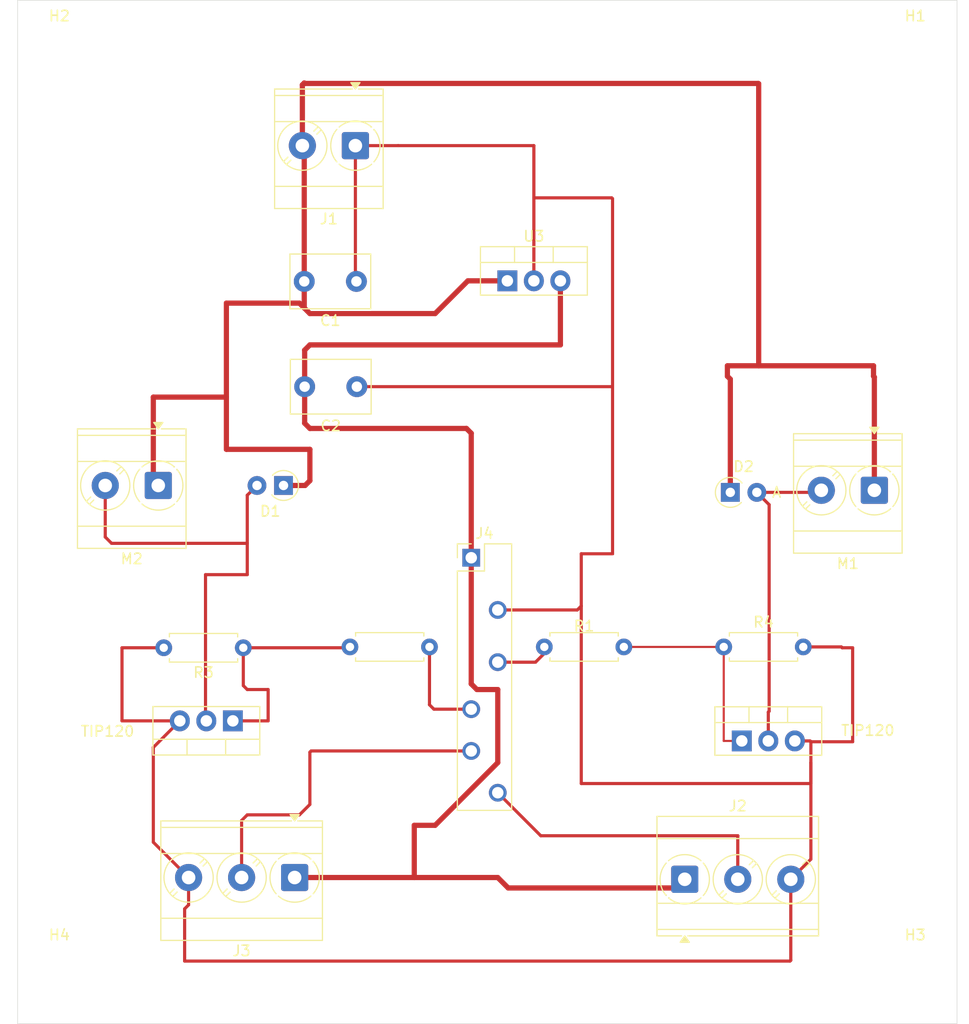
<source format=kicad_pcb>
(kicad_pcb (version 20241229) (generator "pcbnew") (generator_version "9.0")
  (layers (0 "F.Cu" signal) (2 "B.Cu" signal) (13 "F.Paste" user) (15 "B.Paste" user) (5 "F.SilkS" user "F.Silkscreen") (7 "B.SilkS" user "B.Silkscreen") (1 "F.Mask" user) (3 "B.Mask" user) (25 "Edge.Cuts" user))
  (net 0 "")
  (net 1 "GND")
  (net 2 "+7.5V")
  (net 3 "+5V")
  (net 4 "Net-(D1-A)")
  (net 5 "Net-(D2-A)")
  (net 6 "Net-(Q1-B)")
  (net 7 "Net-(Q2-B)")
  (net 8 "/PE2")
  (net 9 "/PE3")
  (net 10 "/PA5")
  (net 11 "/PA4")
  (footprint "TerminalBlock_Phoenix:TerminalBlock_Phoenix_MKDS-3-3-5.08_1x03_P5.08mm_Horizontal" (layer "F.Cu") (at 152.915 123.1675)
    (property "Reference" "J2" (at 5.08 -7.02 0) (layer "F.SilkS"))
    (property "Value" "GP2Y0A21YK0F_Sensor1")
    (fp_line (start -2.66 -6.02) (end -2.66 5.42) (stroke (width 0.12)) (layer "F.SilkS"))
    (fp_line (start -2.66 -6.02) (end 12.82 -6.02) (stroke (width 0.12)) (layer "F.SilkS"))
    (fp_line (start -2.66 -3.9) (end 12.82 -3.9) (stroke (width 0.12)) (layer "F.SilkS"))
    (fp_line (start -2.66 2.3) (end 12.82 2.3) (stroke (width 0.12)) (layer "F.SilkS"))
    (fp_line (start -2.66 4.8) (end 12.82 4.8) (stroke (width 0.12)) (layer "F.SilkS"))
    (fp_line (start -2.66 5.42) (end -0.3 5.42) (stroke (width 0.12)) (layer "F.SilkS"))
    (fp_line (start -1.78 1.491) (end -1.79 1.502) (stroke (width 0.12)) (layer "F.SilkS"))
    (fp_line (start -1.493 1.78) (end -1.502 1.79) (stroke (width 0.12)) (layer "F.SilkS"))
    (fp_line (start 0.3 5.42) (end 12.82 5.42) (stroke (width 0.12)) (layer "F.SilkS"))
    (fp_line (start 3.685 1.106) (end 3.29 1.502) (stroke (width 0.12)) (layer "F.SilkS"))
    (fp_line (start 3.973 1.394) (end 3.578 1.79) (stroke (width 0.12)) (layer "F.SilkS"))
    (fp_line (start 6.582 -1.79) (end 6.186 -1.394) (stroke (width 0.12)) (layer "F.SilkS"))
    (fp_line (start 6.87 -1.502) (end 6.474 -1.106) (stroke (width 0.12)) (layer "F.SilkS"))
    (fp_line (start 8.765 1.106) (end 8.37 1.502) (stroke (width 0.12)) (layer "F.SilkS"))
    (fp_line (start 9.053 1.394) (end 8.658 1.79) (stroke (width 0.12)) (layer "F.SilkS"))
    (fp_line (start 11.662 -1.79) (end 11.266 -1.394) (stroke (width 0.12)) (layer "F.SilkS"))
    (fp_line (start 11.95 -1.502) (end 11.554 -1.106) (stroke (width 0.12)) (layer "F.SilkS"))
    (fp_line (start 12.82 -6.02) (end 12.82 5.42) (stroke (width 0.12)) (layer "F.SilkS"))
    (fp_arc (start -1.78 1.55) (mid -2.360275 0.000316) (end -1.780415 -1.549523) (stroke (width 0.12)) (layer "F.SilkS"))
    (fp_arc (start -1.55 -1.78) (mid -0.000316 -2.360275) (end 1.549523 -1.780415) (stroke (width 0.12)) (layer "F.SilkS"))
    (fp_arc (start 1.55 1.78) (mid 0.000316 2.360275) (end -1.549523 1.780415) (stroke (width 0.12)) (layer "F.SilkS"))
    (fp_arc (start 1.78 -1.55) (mid 2.360275 -0.000316) (end 1.780415 1.549523) (stroke (width 0.12)) (layer "F.SilkS"))
    (fp_circle (center 5.08 0) (end 7.44 0) (stroke (width 0.12)) (fill no) (layer "F.SilkS"))
    (fp_circle (center 10.16 0) (end 12.52 0) (stroke (width 0.12)) (fill no) (layer "F.SilkS"))
    (fp_poly (pts (xy 0 5.42) (xy 0.44 6.03) (xy -0.44 6.03) (xy 0 5.42)) (stroke (width 0.12)) (fill yes) (layer "F.SilkS"))
    (pad "1" thru_hole roundrect (at 0 0) (size 2.6 2.6) (drill 1.3) (layers "*.Cu" "*.Mask") (roundrect_rratio 0.096154) (net 3 "+5V"))
    (pad "2" thru_hole circle (at 5.08 0) (size 2.6 2.6) (drill 1.3) (layers "*.Cu" "*.Mask") (net 8 "/PE2"))
    (pad "3" thru_hole circle (at 10.16 0) (size 2.6 2.6) (drill 1.3) (layers "*.Cu" "*.Mask") (net 1 "GND"))
  )
  (footprint "Resistor_THT:R_Axial_DIN0207_L6.3mm_D2.5mm_P7.62mm_Horizontal" (layer "F.Cu") (at 156.65 100.92)
    (property "Reference" "R4" (at 3.81 -2.37 0) (layer "F.SilkS"))
    (property "Value" "R-10K Ohm" (hide yes))
    (fp_line (start 0.54 -1.37) (end 7.08 -1.37) (stroke (width 0.12)) (layer "F.SilkS"))
    (fp_line (start 0.54 -1.04) (end 0.54 -1.37) (stroke (width 0.12)) (layer "F.SilkS"))
    (fp_line (start 0.54 1.04) (end 0.54 1.37) (stroke (width 0.12)) (layer "F.SilkS"))
    (fp_line (start 0.54 1.37) (end 7.08 1.37) (stroke (width 0.12)) (layer "F.SilkS"))
    (fp_line (start 7.08 -1.37) (end 7.08 -1.04) (stroke (width 0.12)) (layer "F.SilkS"))
    (fp_line (start 7.08 1.37) (end 7.08 1.04) (stroke (width 0.12)) (layer "F.SilkS"))
    (pad "1" thru_hole circle (at 0 0) (size 1.6 1.6) (drill 0.8) (layers "*.Cu" "*.Mask") (net 6 "Net-(Q1-B)"))
    (pad "2" thru_hole oval (at 7.62 0) (size 1.6 1.6) (drill 0.8) (layers "*.Cu" "*.Mask") (net 1 "GND"))
  )
  (footprint "Resistor_THT:R_Axial_DIN0207_L6.3mm_D2.5mm_P7.62mm_Horizontal" (layer "F.Cu") (at 139.46 100.92)
    (property "Reference" "R1" (hide yes))
    (property "Value" "R-220 Ohm")
    (fp_line (start 0.54 -1.37) (end 7.08 -1.37) (stroke (width 0.12)) (layer "F.SilkS"))
    (fp_line (start 0.54 -1.04) (end 0.54 -1.37) (stroke (width 0.12)) (layer "F.SilkS"))
    (fp_line (start 0.54 1.04) (end 0.54 1.37) (stroke (width 0.12)) (layer "F.SilkS"))
    (fp_line (start 0.54 1.37) (end 7.08 1.37) (stroke (width 0.12)) (layer "F.SilkS"))
    (fp_line (start 7.08 -1.37) (end 7.08 -1.04) (stroke (width 0.12)) (layer "F.SilkS"))
    (fp_line (start 7.08 1.37) (end 7.08 1.04) (stroke (width 0.12)) (layer "F.SilkS"))
    (fp_text user "${REFERENCE}" (at 3.81 -2 0) (layer "F.SilkS"))
    (pad "1" thru_hole circle (at 0 0) (size 1.6 1.6) (drill 0.8) (layers "*.Cu" "*.Mask") (net 10 "/PA5"))
    (pad "2" thru_hole oval (at 7.62 0) (size 1.6 1.6) (drill 0.8) (layers "*.Cu" "*.Mask") (net 6 "Net-(Q1-B)"))
  )
  (footprint "TerminalBlock_Phoenix:TerminalBlock_Phoenix_MKDS-3-2-5.08_1x02_P5.08mm_Horizontal" (layer "F.Cu") (at 121.36 52.92 180)
    (property "Reference" "J1" (at 2.54 -7.02 180) (layer "F.SilkS"))
    (property "Value" "Screw_Terminal_Battery")
    (fp_line (start 7.74 -6.02) (end 7.74 5.42) (stroke (width 0.12)) (layer "F.SilkS"))
    (fp_line (start 6.87 -1.502) (end 6.474 -1.106) (stroke (width 0.12)) (layer "F.SilkS"))
    (fp_line (start 6.582 -1.79) (end 6.186 -1.394) (stroke (width 0.12)) (layer "F.SilkS"))
    (fp_line (start 3.973 1.394) (end 3.578 1.79) (stroke (width 0.12)) (layer "F.SilkS"))
    (fp_line (start 3.685 1.106) (end 3.29 1.502) (stroke (width 0.12)) (layer "F.SilkS"))
    (fp_line (start 0.3 5.42) (end 7.74 5.42) (stroke (width 0.12)) (layer "F.SilkS"))
    (fp_line (start -1.493 1.78) (end -1.502 1.79) (stroke (width 0.12)) (layer "F.SilkS"))
    (fp_line (start -1.78 1.491) (end -1.79 1.502) (stroke (width 0.12)) (layer "F.SilkS"))
    (fp_line (start -2.66 5.42) (end -0.3 5.42) (stroke (width 0.12)) (layer "F.SilkS"))
    (fp_line (start -2.66 4.8) (end 7.74 4.8) (stroke (width 0.12)) (layer "F.SilkS"))
    (fp_line (start -2.66 2.3) (end 7.74 2.3) (stroke (width 0.12)) (layer "F.SilkS"))
    (fp_line (start -2.66 -3.9) (end 7.74 -3.9) (stroke (width 0.12)) (layer "F.SilkS"))
    (fp_line (start -2.66 -6.02) (end 7.74 -6.02) (stroke (width 0.12)) (layer "F.SilkS"))
    (fp_line (start -2.66 -6.02) (end -2.66 5.42) (stroke (width 0.12)) (layer "F.SilkS"))
    (fp_arc (start 1.78 -1.55) (mid 2.360275 -0.000316) (end 1.780415 1.549523) (stroke (width 0.12)) (layer "F.SilkS"))
    (fp_arc (start 1.55 1.78) (mid 0.000316 2.360275) (end -1.549523 1.780415) (stroke (width 0.12)) (layer "F.SilkS"))
    (fp_arc (start -1.55 -1.78) (mid -0.000316 -2.360275) (end 1.549523 -1.780415) (stroke (width 0.12)) (layer "F.SilkS"))
    (fp_arc (start -1.78 1.55) (mid -2.360275 0.000316) (end -1.780415 -1.549523) (stroke (width 0.12)) (layer "F.SilkS"))
    (fp_circle (center 5.08 0) (end 7.44 0) (stroke (width 0.12)) (fill no) (layer "F.SilkS"))
    (fp_poly (pts (xy 0 5.42) (xy 0.44 6.03) (xy -0.44 6.03) (xy 0 5.42)) (stroke (width 0.12)) (fill yes) (layer "F.SilkS"))
    (pad "1" thru_hole roundrect (at 0 0 180) (size 2.6 2.6) (drill 1.3) (layers "*.Cu" "*.Mask") (roundrect_rratio 0.096154) (net 1 "GND"))
    (pad "2" thru_hole circle (at 5.08 0 180) (size 2.6 2.6) (drill 1.3) (layers "*.Cu" "*.Mask") (net 2 "+7.5V"))
  )
  (footprint "Diode_THT:D_A-405_P2.54mm_Vertical_AnodeUp" (layer "F.Cu") (at 114.4745 85.46 180)
    (property "Reference" "D1" (at 1.27 -2.47 0) (layer "F.SilkS"))
    (property "Value" "D")
    (fp_arc (start 1.05385 0.968866) (mid -1.430816 -0.045469) (end 1.113239 -0.9) (stroke (width 0.12)) (layer "F.SilkS"))
    (pad "1" thru_hole rect (at 0 0 180) (size 1.8 1.8) (drill 0.9) (layers "*.Cu" "*.Mask") (net 2 "+7.5V"))
    (pad "2" thru_hole oval (at 2.54 0 180) (size 1.8 1.8) (drill 0.9) (layers "*.Cu" "*.Mask") (net 4 "Net-(D1-A)"))
  )
  (footprint "Package_TO_SOT_THT:TO-220-3_Vertical" (layer "F.Cu") (at 158.38 109.92)
    (property "Reference" "Q1" (hide yes))
    (property "Value" "TIP120" (at 12.08 -1 0) (layer "F.SilkS"))
    (fp_line (start -2.58 -3.27) (end -2.58 1.371) (stroke (width 0.12)) (layer "F.SilkS"))
    (fp_line (start -2.58 -3.27) (end 7.66 -3.27) (stroke (width 0.12)) (layer "F.SilkS"))
    (fp_line (start -2.58 -1.76) (end 7.66 -1.76) (stroke (width 0.12)) (layer "F.SilkS"))
    (fp_line (start -2.58 1.371) (end 7.66 1.371) (stroke (width 0.12)) (layer "F.SilkS"))
    (fp_line (start 0.69 -3.27) (end 0.69 -1.76) (stroke (width 0.12)) (layer "F.SilkS"))
    (fp_line (start 4.391 -3.27) (end 4.391 -1.76) (stroke (width 0.12)) (layer "F.SilkS"))
    (fp_line (start 7.66 -3.27) (end 7.66 1.371) (stroke (width 0.12)) (layer "F.SilkS"))
    (pad "1" thru_hole rect (at 0 0) (size 1.905 2) (drill 1.1) (layers "*.Cu" "*.Mask") (net 6 "Net-(Q1-B)"))
    (pad "2" thru_hole oval (at 2.54 0) (size 1.905 2) (drill 1.1) (layers "*.Cu" "*.Mask") (net 5 "Net-(D2-A)"))
    (pad "3" thru_hole oval (at 5.08 0) (size 1.905 2) (drill 1.1) (layers "*.Cu" "*.Mask") (net 1 "GND"))
  )
  (footprint "Capacitor_THT:C_Disc_D7.5mm_W5.0mm_P5.00mm" (layer "F.Cu") (at 121.46 65.92 180)
    (property "Reference" "C1" (at 2.5 -3.75 180) (layer "F.SilkS"))
    (property "Value" "C-10uF")
    (fp_line (start 6.37 -2.62) (end 6.37 2.62) (stroke (width 0.12)) (layer "F.SilkS"))
    (fp_line (start -1.37 2.62) (end 6.37 2.62) (stroke (width 0.12)) (layer "F.SilkS"))
    (fp_line (start -1.37 -2.62) (end 6.37 -2.62) (stroke (width 0.12)) (layer "F.SilkS"))
    (fp_line (start -1.37 -2.62) (end -1.37 2.62) (stroke (width 0.12)) (layer "F.SilkS"))
    (pad "1" thru_hole circle (at 0 0 180) (size 2 2) (drill 1) (layers "*.Cu" "*.Mask") (net 1 "GND"))
    (pad "2" thru_hole circle (at 5 0 180) (size 2 2) (drill 1) (layers "*.Cu" "*.Mask") (net 2 "+7.5V"))
  )
  (footprint "Connector_PinHeader_2.54mm:PinHeader_2x10_P2.54mm_Vertical" (layer "F.Cu") (at 132.46 92.38)
    (property "Reference" "J4" (at 1.27 -2.33 0) (layer "F.SilkS"))
    (property "Value" "TM4C1294XL Used Pin" (hide yes))
    (fp_line (start -1.33 -1.33) (end 0 -1.33) (stroke (width 0.12)) (layer "F.SilkS"))
    (fp_line (start -1.33 0) (end -1.33 -1.33) (stroke (width 0.12)) (layer "F.SilkS"))
    (fp_line (start -1.33 1.27) (end -1.33 24.19) (stroke (width 0.12)) (layer "F.SilkS"))
    (fp_line (start -1.33 1.27) (end 1.27 1.27) (stroke (width 0.12)) (layer "F.SilkS"))
    (fp_line (start -1.33 24.19) (end 3.87 24.19) (stroke (width 0.12)) (layer "F.SilkS"))
    (fp_line (start 1.27 -1.33) (end 3.87 -1.33) (stroke (width 0.12)) (layer "F.SilkS"))
    (fp_line (start 1.27 1.27) (end 1.27 -1.33) (stroke (width 0.12)) (layer "F.SilkS"))
    (fp_line (start 3.87 -1.33) (end 3.87 24.19) (stroke (width 0.12)) (layer "F.SilkS"))
    (pad "1" thru_hole rect (at 0 0) (size 1.7 1.7) (drill 1.1) (layers "*.Cu" "*.Mask") (net 3 "+5V"))
    (pad "2" thru_hole oval (at 2.54 5) (size 1.7 1.7) (drill 1.1) (layers "*.Cu" "*.Mask") (net 1 "GND"))
    (pad "4" thru_hole oval (at 2.54 22.5) (size 1.7 1.7) (drill 1.1) (layers "*.Cu" "*.Mask") (net 8 "/PE2"))
    (pad "5" thru_hole oval (at 0 18.5) (size 1.7 1.7) (drill 1.1) (layers "*.Cu" "*.Mask") (net 9 "/PE3"))
    (pad "7" thru_hole oval (at 0 14.5) (size 1.7 1.7) (drill 1.1) (layers "*.Cu" "*.Mask") (net 11 "/PA4"))
    (pad "8" thru_hole oval (at 2.54 10) (size 1.7 1.7) (drill 1.1) (layers "*.Cu" "*.Mask") (net 10 "/PA5"))
  )
  (footprint "MountingHole:MountingHole_2.5mm" (layer "F.Cu") (at 93 44)
    (property "Reference" "H2" (at 0 -3.5 0) (layer "F.SilkS"))
    (property "Value" "MountingHole")
    (pad "" np_thru_hole circle (at 0 0) (size 2.5 2.5) (drill 2.5) (layers "*.Cu" "*.Mask"))
  )
  (footprint "MountingHole:MountingHole_2.5mm" (layer "F.Cu") (at 93 132)
    (property "Reference" "H4" (at 0 -3.5 0) (layer "F.SilkS"))
    (property "Value" "MountingHole")
    (pad "" np_thru_hole circle (at 0 0) (size 2.5 2.5) (drill 2.5) (layers "*.Cu" "*.Mask"))
  )
  (footprint "Resistor_THT:R_Axial_DIN0207_L6.3mm_D2.5mm_P7.62mm_Horizontal" (layer "F.Cu") (at 128.46 100.92 180)
    (property "Reference" "R2" (hide yes))
    (property "Value" "R-220 Ohm")
    (fp_line (start 7.08 1.37) (end 7.08 1.04) (stroke (width 0.12)) (layer "F.SilkS"))
    (fp_line (start 7.08 -1.37) (end 7.08 -1.04) (stroke (width 0.12)) (layer "F.SilkS"))
    (fp_line (start 0.54 1.37) (end 7.08 1.37) (stroke (width 0.12)) (layer "F.SilkS"))
    (fp_line (start 0.54 1.04) (end 0.54 1.37) (stroke (width 0.12)) (layer "F.SilkS"))
    (fp_line (start 0.54 -1.04) (end 0.54 -1.37) (stroke (width 0.12)) (layer "F.SilkS"))
    (fp_line (start 0.54 -1.37) (end 7.08 -1.37) (stroke (width 0.12)) (layer "F.SilkS"))
    (pad "1" thru_hole circle (at 0 0 180) (size 1.6 1.6) (drill 0.8) (layers "*.Cu" "*.Mask") (net 11 "/PA4"))
    (pad "2" thru_hole oval (at 7.62 0 180) (size 1.6 1.6) (drill 0.8) (layers "*.Cu" "*.Mask") (net 7 "Net-(Q2-B)"))
  )
  (footprint "TerminalBlock_Phoenix:TerminalBlock_Phoenix_MKDS-3-2-5.08_1x02_P5.08mm_Horizontal" (layer "F.Cu") (at 171.08 85.92 180)
    (property "Reference" "M1" (at 2.54 -7.02 180) (layer "F.SilkS"))
    (property "Value" "Motor_DC")
    (fp_line (start 7.74 -6.02) (end 7.74 5.42) (stroke (width 0.12)) (layer "F.SilkS"))
    (fp_line (start 6.87 -1.502) (end 6.474 -1.106) (stroke (width 0.12)) (layer "F.SilkS"))
    (fp_line (start 6.582 -1.79) (end 6.186 -1.394) (stroke (width 0.12)) (layer "F.SilkS"))
    (fp_line (start 3.973 1.394) (end 3.578 1.79) (stroke (width 0.12)) (layer "F.SilkS"))
    (fp_line (start 3.685 1.106) (end 3.29 1.502) (stroke (width 0.12)) (layer "F.SilkS"))
    (fp_line (start 0.3 5.42) (end 7.74 5.42) (stroke (width 0.12)) (layer "F.SilkS"))
    (fp_line (start -1.493 1.78) (end -1.502 1.79) (stroke (width 0.12)) (layer "F.SilkS"))
    (fp_line (start -1.78 1.491) (end -1.79 1.502) (stroke (width 0.12)) (layer "F.SilkS"))
    (fp_line (start -2.66 5.42) (end -0.3 5.42) (stroke (width 0.12)) (layer "F.SilkS"))
    (fp_line (start -2.66 4.8) (end 7.74 4.8) (stroke (width 0.12)) (layer "F.SilkS"))
    (fp_line (start -2.66 2.3) (end 7.74 2.3) (stroke (width 0.12)) (layer "F.SilkS"))
    (fp_line (start -2.66 -3.9) (end 7.74 -3.9) (stroke (width 0.12)) (layer "F.SilkS"))
    (fp_line (start -2.66 -6.02) (end 7.74 -6.02) (stroke (width 0.12)) (layer "F.SilkS"))
    (fp_line (start -2.66 -6.02) (end -2.66 5.42) (stroke (width 0.12)) (layer "F.SilkS"))
    (fp_arc (start 1.78 -1.55) (mid 2.360275 -0.000316) (end 1.780415 1.549523) (stroke (width 0.12)) (layer "F.SilkS"))
    (fp_arc (start 1.55 1.78) (mid 0.000316 2.360275) (end -1.549523 1.780415) (stroke (width 0.12)) (layer "F.SilkS"))
    (fp_arc (start -1.55 -1.78) (mid -0.000316 -2.360275) (end 1.549523 -1.780415) (stroke (width 0.12)) (layer "F.SilkS"))
    (fp_arc (start -1.78 1.55) (mid -2.360275 0.000316) (end -1.780415 -1.549523) (stroke (width 0.12)) (layer "F.SilkS"))
    (fp_circle (center 5.08 0) (end 7.44 0) (stroke (width 0.12)) (fill no) (layer "F.SilkS"))
    (fp_poly (pts (xy 0 5.42) (xy 0.44 6.03) (xy -0.44 6.03) (xy 0 5.42)) (stroke (width 0.12)) (fill yes) (layer "F.SilkS"))
    (pad "1" thru_hole roundrect (at 0 0 180) (size 2.6 2.6) (drill 1.3) (layers "*.Cu" "*.Mask") (roundrect_rratio 0.096154) (net 2 "+7.5V"))
    (pad "2" thru_hole circle (at 5.08 0 180) (size 2.6 2.6) (drill 1.3) (layers "*.Cu" "*.Mask") (net 5 "Net-(D2-A)"))
  )
  (footprint "MountingHole:MountingHole_2.5mm" (layer "F.Cu") (at 175 132)
    (property "Reference" "H3" (at 0 -3.5 0) (layer "F.SilkS"))
    (property "Value" "MountingHole")
    (pad "" np_thru_hole circle (at 0 0) (size 2.5 2.5) (drill 2.5) (layers "*.Cu" "*.Mask"))
  )
  (footprint "TerminalBlock_Phoenix:TerminalBlock_Phoenix_MKDS-3-2-5.08_1x02_P5.08mm_Horizontal" (layer "F.Cu") (at 102.4745 85.46 180)
    (property "Reference" "M2" (at 2.54 -7.02 180) (layer "F.SilkS"))
    (property "Value" "Motor_DC")
    (fp_line (start 7.74 -6.02) (end 7.74 5.42) (stroke (width 0.12)) (layer "F.SilkS"))
    (fp_line (start 6.87 -1.502) (end 6.474 -1.106) (stroke (width 0.12)) (layer "F.SilkS"))
    (fp_line (start 6.582 -1.79) (end 6.186 -1.394) (stroke (width 0.12)) (layer "F.SilkS"))
    (fp_line (start 3.973 1.394) (end 3.578 1.79) (stroke (width 0.12)) (layer "F.SilkS"))
    (fp_line (start 3.685 1.106) (end 3.29 1.502) (stroke (width 0.12)) (layer "F.SilkS"))
    (fp_line (start 0.3 5.42) (end 7.74 5.42) (stroke (width 0.12)) (layer "F.SilkS"))
    (fp_line (start -1.493 1.78) (end -1.502 1.79) (stroke (width 0.12)) (layer "F.SilkS"))
    (fp_line (start -1.78 1.491) (end -1.79 1.502) (stroke (width 0.12)) (layer "F.SilkS"))
    (fp_line (start -2.66 5.42) (end -0.3 5.42) (stroke (width 0.12)) (layer "F.SilkS"))
    (fp_line (start -2.66 4.8) (end 7.74 4.8) (stroke (width 0.12)) (layer "F.SilkS"))
    (fp_line (start -2.66 2.3) (end 7.74 2.3) (stroke (width 0.12)) (layer "F.SilkS"))
    (fp_line (start -2.66 -3.9) (end 7.74 -3.9) (stroke (width 0.12)) (layer "F.SilkS"))
    (fp_line (start -2.66 -6.02) (end 7.74 -6.02) (stroke (width 0.12)) (layer "F.SilkS"))
    (fp_line (start -2.66 -6.02) (end -2.66 5.42) (stroke (width 0.12)) (layer "F.SilkS"))
    (fp_arc (start 1.78 -1.55) (mid 2.360275 -0.000316) (end 1.780415 1.549523) (stroke (width 0.12)) (layer "F.SilkS"))
    (fp_arc (start 1.55 1.78) (mid 0.000316 2.360275) (end -1.549523 1.780415) (stroke (width 0.12)) (layer "F.SilkS"))
    (fp_arc (start -1.55 -1.78) (mid -0.000316 -2.360275) (end 1.549523 -1.780415) (stroke (width 0.12)) (layer "F.SilkS"))
    (fp_arc (start -1.78 1.55) (mid -2.360275 0.000316) (end -1.780415 -1.549523) (stroke (width 0.12)) (layer "F.SilkS"))
    (fp_circle (center 5.08 0) (end 7.44 0) (stroke (width 0.12)) (fill no) (layer "F.SilkS"))
    (fp_poly (pts (xy 0 5.42) (xy 0.44 6.03) (xy -0.44 6.03) (xy 0 5.42)) (stroke (width 0.12)) (fill yes) (layer "F.SilkS"))
    (pad "1" thru_hole roundrect (at 0 0 180) (size 2.6 2.6) (drill 1.3) (layers "*.Cu" "*.Mask") (roundrect_rratio 0.096154) (net 2 "+7.5V"))
    (pad "2" thru_hole circle (at 5.08 0 180) (size 2.6 2.6) (drill 1.3) (layers "*.Cu" "*.Mask") (net 4 "Net-(D1-A)"))
  )
  (footprint "Package_TO_SOT_THT:TO-220-3_Vertical" (layer "F.Cu") (at 109.62 108 180)
    (property "Reference" "Q2" (hide yes))
    (property "Value" "TIP120" (at 12 -1 0) (layer "F.SilkS"))
    (fp_line (start 7.66 -3.27) (end 7.66 1.371) (stroke (width 0.12)) (layer "F.SilkS"))
    (fp_line (start 4.391 -3.27) (end 4.391 -1.76) (stroke (width 0.12)) (layer "F.SilkS"))
    (fp_line (start 0.69 -3.27) (end 0.69 -1.76) (stroke (width 0.12)) (layer "F.SilkS"))
    (fp_line (start -2.58 1.371) (end 7.66 1.371) (stroke (width 0.12)) (layer "F.SilkS"))
    (fp_line (start -2.58 -1.76) (end 7.66 -1.76) (stroke (width 0.12)) (layer "F.SilkS"))
    (fp_line (start -2.58 -3.27) (end 7.66 -3.27) (stroke (width 0.12)) (layer "F.SilkS"))
    (fp_line (start -2.58 -3.27) (end -2.58 1.371) (stroke (width 0.12)) (layer "F.SilkS"))
    (pad "1" thru_hole rect (at 0 0 180) (size 1.905 2) (drill 1.1) (layers "*.Cu" "*.Mask") (net 7 "Net-(Q2-B)"))
    (pad "2" thru_hole oval (at 2.54 0 180) (size 1.905 2) (drill 1.1) (layers "*.Cu" "*.Mask") (net 4 "Net-(D1-A)"))
    (pad "3" thru_hole oval (at 5.08 0 180) (size 1.905 2) (drill 1.1) (layers "*.Cu" "*.Mask") (net 1 "GND"))
  )
  (footprint "Package_TO_SOT_THT:TO-220-3_Vertical" (layer "F.Cu") (at 135.92 65.865)
    (property "Reference" "U3" (at 2.54 -4.27 0) (layer "F.SilkS"))
    (property "Value" "L7805")
    (fp_line (start -2.58 -3.27) (end -2.58 1.371) (stroke (width 0.12)) (layer "F.SilkS"))
    (fp_line (start -2.58 -3.27) (end 7.66 -3.27) (stroke (width 0.12)) (layer "F.SilkS"))
    (fp_line (start -2.58 -1.76) (end 7.66 -1.76) (stroke (width 0.12)) (layer "F.SilkS"))
    (fp_line (start -2.58 1.371) (end 7.66 1.371) (stroke (width 0.12)) (layer "F.SilkS"))
    (fp_line (start 0.69 -3.27) (end 0.69 -1.76) (stroke (width 0.12)) (layer "F.SilkS"))
    (fp_line (start 4.391 -3.27) (end 4.391 -1.76) (stroke (width 0.12)) (layer "F.SilkS"))
    (fp_line (start 7.66 -3.27) (end 7.66 1.371) (stroke (width 0.12)) (layer "F.SilkS"))
    (pad "1" thru_hole rect (at 0 0) (size 1.905 2) (drill 1.1) (layers "*.Cu" "*.Mask") (net 2 "+7.5V"))
    (pad "2" thru_hole oval (at 2.54 0) (size 1.905 2) (drill 1.1) (layers "*.Cu" "*.Mask") (net 1 "GND"))
    (pad "3" thru_hole oval (at 5.08 0) (size 1.905 2) (drill 1.1) (layers "*.Cu" "*.Mask") (net 3 "+5V"))
  )
  (footprint "TerminalBlock_Phoenix:TerminalBlock_Phoenix_MKDS-3-3-5.08_1x03_P5.08mm_Horizontal" (layer "F.Cu") (at 115.54 123 180)
    (property "Reference" "J3" (at 5.08 -7.02 180) (layer "F.SilkS"))
    (property "Value" "GP2Y0A21YK0F_Sensor2")
    (fp_line (start 12.82 -6.02) (end 12.82 5.42) (stroke (width 0.12)) (layer "F.SilkS"))
    (fp_line (start 11.95 -1.502) (end 11.554 -1.106) (stroke (width 0.12)) (layer "F.SilkS"))
    (fp_line (start 11.662 -1.79) (end 11.266 -1.394) (stroke (width 0.12)) (layer "F.SilkS"))
    (fp_line (start 9.053 1.394) (end 8.658 1.79) (stroke (width 0.12)) (layer "F.SilkS"))
    (fp_line (start 8.765 1.106) (end 8.37 1.502) (stroke (width 0.12)) (layer "F.SilkS"))
    (fp_line (start 6.87 -1.502) (end 6.474 -1.106) (stroke (width 0.12)) (layer "F.SilkS"))
    (fp_line (start 6.582 -1.79) (end 6.186 -1.394) (stroke (width 0.12)) (layer "F.SilkS"))
    (fp_line (start 3.973 1.394) (end 3.578 1.79) (stroke (width 0.12)) (layer "F.SilkS"))
    (fp_line (start 3.685 1.106) (end 3.29 1.502) (stroke (width 0.12)) (layer "F.SilkS"))
    (fp_line (start 0.3 5.42) (end 12.82 5.42) (stroke (width 0.12)) (layer "F.SilkS"))
    (fp_line (start -1.493 1.78) (end -1.502 1.79) (stroke (width 0.12)) (layer "F.SilkS"))
    (fp_line (start -1.78 1.491) (end -1.79 1.502) (stroke (width 0.12)) (layer "F.SilkS"))
    (fp_line (start -2.66 5.42) (end -0.3 5.42) (stroke (width 0.12)) (layer "F.SilkS"))
    (fp_line (start -2.66 4.8) (end 12.82 4.8) (stroke (width 0.12)) (layer "F.SilkS"))
    (fp_line (start -2.66 2.3) (end 12.82 2.3) (stroke (width 0.12)) (layer "F.SilkS"))
    (fp_line (start -2.66 -3.9) (end 12.82 -3.9) (stroke (width 0.12)) (layer "F.SilkS"))
    (fp_line (start -2.66 -6.02) (end 12.82 -6.02) (stroke (width 0.12)) (layer "F.SilkS"))
    (fp_line (start -2.66 -6.02) (end -2.66 5.42) (stroke (width 0.12)) (layer "F.SilkS"))
    (fp_arc (start 1.78 -1.55) (mid 2.360275 -0.000316) (end 1.780415 1.549523) (stroke (width 0.12)) (layer "F.SilkS"))
    (fp_arc (start 1.55 1.78) (mid 0.000316 2.360275) (end -1.549523 1.780415) (stroke (width 0.12)) (layer "F.SilkS"))
    (fp_arc (start -1.55 -1.78) (mid -0.000316 -2.360275) (end 1.549523 -1.780415) (stroke (width 0.12)) (layer "F.SilkS"))
    (fp_arc (start -1.78 1.55) (mid -2.360275 0.000316) (end -1.780415 -1.549523) (stroke (width 0.12)) (layer "F.SilkS"))
    (fp_circle (center 10.16 0) (end 12.52 0) (stroke (width 0.12)) (fill no) (layer "F.SilkS"))
    (fp_circle (center 5.08 0) (end 7.44 0) (stroke (width 0.12)) (fill no) (layer "F.SilkS"))
    (fp_poly (pts (xy 0 5.42) (xy 0.44 6.03) (xy -0.44 6.03) (xy 0 5.42)) (stroke (width 0.12)) (fill yes) (layer "F.SilkS"))
    (pad "1" thru_hole roundrect (at 0 0 180) (size 2.6 2.6) (drill 1.3) (layers "*.Cu" "*.Mask") (roundrect_rratio 0.096154) (net 3 "+5V"))
    (pad "2" thru_hole circle (at 5.08 0 180) (size 2.6 2.6) (drill 1.3) (layers "*.Cu" "*.Mask") (net 9 "/PE3"))
    (pad "3" thru_hole circle (at 10.16 0 180) (size 2.6 2.6) (drill 1.3) (layers "*.Cu" "*.Mask") (net 1 "GND"))
  )
  (footprint "Resistor_THT:R_Axial_DIN0207_L6.3mm_D2.5mm_P7.62mm_Horizontal" (layer "F.Cu") (at 110.62 101 180)
    (property "Reference" "R3" (at 3.81 -2.37 0) (layer "F.SilkS"))
    (property "Value" "R-10K Ohm")
    (fp_line (start 7.08 1.37) (end 7.08 1.04) (stroke (width 0.12)) (layer "F.SilkS"))
    (fp_line (start 7.08 -1.37) (end 7.08 -1.04) (stroke (width 0.12)) (layer "F.SilkS"))
    (fp_line (start 0.54 1.37) (end 7.08 1.37) (stroke (width 0.12)) (layer "F.SilkS"))
    (fp_line (start 0.54 1.04) (end 0.54 1.37) (stroke (width 0.12)) (layer "F.SilkS"))
    (fp_line (start 0.54 -1.04) (end 0.54 -1.37) (stroke (width 0.12)) (layer "F.SilkS"))
    (fp_line (start 0.54 -1.37) (end 7.08 -1.37) (stroke (width 0.12)) (layer "F.SilkS"))
    (pad "1" thru_hole circle (at 0 0 180) (size 1.6 1.6) (drill 0.8) (layers "*.Cu" "*.Mask") (net 7 "Net-(Q2-B)"))
    (pad "2" thru_hole oval (at 7.62 0 180) (size 1.6 1.6) (drill 0.8) (layers "*.Cu" "*.Mask") (net 1 "GND"))
  )
  (footprint "MountingHole:MountingHole_2.5mm" (layer "F.Cu") (at 175 44)
    (property "Reference" "H1" (at 0 -3.5 0) (layer "F.SilkS"))
    (property "Value" "MountingHole")
    (pad "" np_thru_hole circle (at 0 0) (size 2.5 2.5) (drill 2.5) (layers "*.Cu" "*.Mask"))
  )
  (footprint "Diode_THT:D_A-405_P2.54mm_Vertical_AnodeUp" (layer "F.Cu") (at 157.281 86.121)
    (property "Reference" "D2" (at 1.27 -2.47 0) (layer "F.SilkS"))
    (property "Value" "D")
    (fp_arc (start 1.05385 0.968866) (mid -1.430816 -0.045469) (end 1.113239 -0.9) (stroke (width 0.12)) (layer "F.SilkS"))
    (fp_text user "A" (at 4.44 0 0) (layer "F.SilkS"))
    (pad "1" thru_hole rect (at 0 0) (size 1.8 1.8) (drill 0.9) (layers "*.Cu" "*.Mask") (net 2 "+7.5V"))
    (pad "2" thru_hole oval (at 2.54 0) (size 1.8 1.8) (drill 0.9) (layers "*.Cu" "*.Mask") (net 5 "Net-(D2-A)"))
  )
  (footprint "Capacitor_THT:C_Disc_D7.5mm_W5.0mm_P5.00mm" (layer "F.Cu") (at 121.5 76 180)
    (property "Reference" "C2" (at 2.5 -3.75 180) (layer "F.SilkS"))
    (property "Value" "C-10uF")
    (fp_line (start 6.37 -2.62) (end 6.37 2.62) (stroke (width 0.12)) (layer "F.SilkS"))
    (fp_line (start -1.37 2.62) (end 6.37 2.62) (stroke (width 0.12)) (layer "F.SilkS"))
    (fp_line (start -1.37 -2.62) (end 6.37 -2.62) (stroke (width 0.12)) (layer "F.SilkS"))
    (fp_line (start -1.37 -2.62) (end -1.37 2.62) (stroke (width 0.12)) (layer "F.SilkS"))
    (pad "1" thru_hole circle (at 0 0 180) (size 2 2) (drill 1) (layers "*.Cu" "*.Mask") (net 1 "GND"))
    (pad "2" thru_hole circle (at 5 0 180) (size 2 2) (drill 1) (layers "*.Cu" "*.Mask") (net 3 "+5V"))
  )
  (gr_rect (start 89 39) (end 179 137) (stroke (width 0.05)) (fill no) (layer "Edge.Cuts"))
  (segment (start 143 114) (end 165 114) (width 0.3) (layer "F.Cu") (net 1))
  (segment (start 169 110) (end 169 101) (width 0.3) (layer "F.Cu") (net 1))
  (segment (start 121.36 65.82) (end 121.46 65.92) (width 0.3) (layer "F.Cu") (net 1))
  (segment (start 121.36 52.92) (end 121.36 65.82) (width 0.3) (layer "F.Cu") (net 1))
  (segment (start 163.075 123.1675) (end 163.075 130.925) (width 0.3) (layer "F.Cu") (net 1))
  (segment (start 138.46 57.92) (end 145.92 57.92) (width 0.3) (layer "F.Cu") (net 1))
  (segment (start 138.46 57.92) (end 138.46 65.865) (width 0.3) (layer "F.Cu") (net 1))
  (segment (start 165 114) (end 165 112) (width 0.3) (layer "F.Cu") (net 1))
  (segment (start 163.075 130.925) (end 163 131) (width 0.3) (layer "F.Cu") (net 1))
  (segment (start 145.92 57.92) (end 146 58) (width 0.3) (layer "F.Cu") (net 1))
  (segment (start 146 76) (end 121.5 76) (width 0.3) (layer "F.Cu") (net 1))
  (segment (start 163 131) (end 105 131) (width 0.3) (layer "F.Cu") (net 1))
  (segment (start 99 101) (end 99 108) (width 0.3) (layer "F.Cu") (net 1))
  (segment (start 99 108) (end 104.54 108) (width 0.3) (layer "F.Cu") (net 1))
  (segment (start 143 97) (end 143 114) (width 0.3) (layer "F.Cu") (net 1))
  (segment (start 105.38 123) (end 102 119.62) (width 0.3) (layer "F.Cu") (net 1))
  (segment (start 121.36 52.92) (end 125.46 52.92) (width 0.3) (layer "F.Cu") (net 1))
  (segment (start 142.62 97.38) (end 143 97) (width 0.3) (layer "F.Cu") (net 1))
  (segment (start 146 58) (end 146 76) (width 0.3) (layer "F.Cu") (net 1))
  (segment (start 135 97.38) (end 142.62 97.38) (width 0.3) (layer "F.Cu") (net 1))
  (segment (start 102 110.54) (end 104.54 108) (width 0.3) (layer "F.Cu") (net 1))
  (segment (start 169 101) (end 168 101) (width 0.3) (layer "F.Cu") (net 1))
  (segment (start 146 92) (end 143 92) (width 0.3) (layer "F.Cu") (net 1))
  (segment (start 105 131) (end 105 126) (width 0.3) (layer "F.Cu") (net 1))
  (segment (start 165 110) (end 169 110) (width 0.3) (layer "F.Cu") (net 1))
  (segment (start 103 101) (end 99 101) (width 0.3) (layer "F.Cu") (net 1))
  (segment (start 165 110) (end 164.92 109.92) (width 0.3) (layer "F.Cu") (net 1))
  (segment (start 164.92 109.92) (end 163.46 109.92) (width 0.3) (layer "F.Cu") (net 1))
  (segment (start 165 112) (end 165 110) (width 0.3) (layer "F.Cu") (net 1))
  (segment (start 168 101) (end 167.92 100.92) (width 0.3) (layer "F.Cu") (net 1))
  (segment (start 105 126) (end 105.38 125.62) (width 0.3) (layer "F.Cu") (net 1))
  (segment (start 165 112) (end 165 121.2425) (width 0.3) (layer "F.Cu") (net 1))
  (segment (start 105.38 125.62) (end 105.38 123) (width 0.3) (layer "F.Cu") (net 1))
  (segment (start 163 110.38) (end 163.46 109.92) (width 0.3) (layer "F.Cu") (net 1))
  (segment (start 143 92) (end 143 97) (width 0.3) (layer "F.Cu") (net 1))
  (segment (start 138.46 52.92) (end 138.46 57.92) (width 0.3) (layer "F.Cu") (net 1))
  (segment (start 104.54 108) (end 104.54 107.54) (width 0.3) (layer "F.Cu") (net 1))
  (segment (start 125.46 52.92) (end 138.46 52.92) (width 0.3) (layer "F.Cu") (net 1))
  (segment (start 102 119.62) (end 102 110.54) (width 0.3) (layer "F.Cu") (net 1))
  (segment (start 167.92 100.92) (end 164.27 100.92) (width 0.3) (layer "F.Cu") (net 1))
  (segment (start 165 121.2425) (end 163.075 123.1675) (width 0.3) (layer "F.Cu") (net 1))
  (segment (start 146 76) (end 146 92) (width 0.3) (layer "F.Cu") (net 1))
  (segment (start 109 77) (end 102 77) (width 0.5) (layer "F.Cu") (net 2))
  (segment (start 102 77) (end 102 84.9855) (width 0.5) (layer "F.Cu") (net 2))
  (segment (start 116.28 52.92) (end 116.28 47.1) (width 0.5) (layer "F.Cu") (net 2))
  (segment (start 116.46 53.46) (end 116.46 65.92) (width 0.5) (layer "F.Cu") (net 2))
  (segment (start 102.9345 85.46) (end 102.4745 85.46) (width 0.5) (layer "F.Cu") (net 2))
  (segment (start 129 69) (end 132.135 65.865) (width 0.5) (layer "F.Cu") (net 2))
  (segment (start 114.4745 85.46) (end 114.0145 85.46) (width 0.5) (layer "F.Cu") (net 2))
  (segment (start 157.281 75.281) (end 157.281 86.121) (width 0.5) (layer "F.Cu") (net 2))
  (segment (start 135.46 66.325) (end 135.92 65.865) (width 0.5) (layer "F.Cu") (net 2))
  (segment (start 117 69) (end 129 69) (width 0.5) (layer "F.Cu") (net 2))
  (segment (start 157 75) (end 157.281 75.281) (width 0.5) (layer "F.Cu") (net 2))
  (segment (start 171 75) (end 171.08 75.08) (width 0.5) (layer "F.Cu") (net 2))
  (segment (start 116.46 46.92) (end 116.504665 46.964665) (width 0.5) (layer "F.Cu") (net 2))
  (segment (start 160 74) (end 171 74) (width 0.5) (layer "F.Cu") (net 2))
  (segment (start 109 82) (end 117 82) (width 0.5) (layer "F.Cu") (net 2))
  (segment (start 109 77) (end 109 82) (width 0.5) (layer "F.Cu") (net 2))
  (segment (start 132.135 65.865) (end 135.92 65.865) (width 0.5) (layer "F.Cu") (net 2))
  (segment (start 160 74) (end 157 74) (width 0.5) (layer "F.Cu") (net 2))
  (segment (start 116.28 52.92) (end 116.28 53.28) (width 0.5) (layer "F.Cu") (net 2))
  (segment (start 171 74) (end 171 75) (width 0.5) (layer "F.Cu") (net 2))
  (segment (start 102 84.9855) (end 102.4745 85.46) (width 0.5) (layer "F.Cu") (net 2))
  (segment (start 116.46 68.46) (end 116 68) (width 0.5) (layer "F.Cu") (net 2))
  (segment (start 109 68) (end 109 77) (width 0.5) (layer "F.Cu") (net 2))
  (segment (start 157.281 86.121) (end 157.339 86.121) (width 0.5) (layer "F.Cu") (net 2))
  (segment (start 171.08 75.08) (end 171.08 85.92) (width 0.5) (layer "F.Cu") (net 2))
  (segment (start 117 85) (end 116.54 85.46) (width 0.5) (layer "F.Cu") (net 2))
  (segment (start 116.28 53.28) (end 116.46 53.46) (width 0.5) (layer "F.Cu") (net 2))
  (segment (start 157 74) (end 157 75) (width 0.5) (layer "F.Cu") (net 2))
  (segment (start 116.28 47.1) (end 116.46 46.92) (width 0.5) (layer "F.Cu") (net 2))
  (segment (start 116.46 65.92) (end 116.46 68.46) (width 0.5) (layer "F.Cu") (net 2))
  (segment (start 116 68) (end 109 68) (width 0.5) (layer "F.Cu") (net 2))
  (segment (start 159.964665 46.964665) (end 160 47) (width 0.5) (layer "F.Cu") (net 2))
  (segment (start 171.08 85.92) (end 171.281 86.121) (width 0.2) (layer "F.Cu") (net 2))
  (segment (start 116.46 68.46) (end 117 69) (width 0.5) (layer "F.Cu") (net 2))
  (segment (start 116.54 85.46) (end 114.4745 85.46) (width 0.5) (layer "F.Cu") (net 2))
  (segment (start 160 47) (end 160 74) (width 0.5) (layer "F.Cu") (net 2))
  (segment (start 116.504665 46.964665) (end 159.964665 46.964665) (width 0.5) (layer "F.Cu") (net 2))
  (segment (start 103.5255 84.409) (end 102.4745 85.46) (width 0.5) (layer "F.Cu") (net 2))
  (segment (start 117 82) (end 117 85) (width 0.5) (layer "F.Cu") (net 2))
  (segment (start 152.0825 124) (end 152.915 123.1675) (width 0.5) (layer "F.Cu") (net 3))
  (segment (start 135 123) (end 136 124) (width 0.5) (layer "F.Cu") (net 3))
  (segment (start 127 123) (end 127 118) (width 0.5) (layer "F.Cu") (net 3))
  (segment (start 116.5 72.5) (end 116.5 76) (width 0.5) (layer "F.Cu") (net 3))
  (segment (start 127 118) (end 129 118) (width 0.5) (layer "F.Cu") (net 3))
  (segment (start 127 123) (end 135 123) (width 0.5) (layer "F.Cu") (net 3))
  (segment (start 133 105) (end 132.46 104.46) (width 0.5) (layer "F.Cu") (net 3))
  (segment (start 117 80) (end 132 80) (width 0.5) (layer "F.Cu") (net 3))
  (segment (start 117 72) (end 116.5 72.5) (width 0.5) (layer "F.Cu") (net 3))
  (segment (start 141 72) (end 117 72) (width 0.5) (layer "F.Cu") (net 3))
  (segment (start 132.46 80.46) (end 132.46 92.38) (width 0.5) (layer "F.Cu") (net 3))
  (segment (start 129 118) (end 135 112) (width 0.5) (layer "F.Cu") (net 3))
  (segment (start 116.5 79.5) (end 117 80) (width 0.5) (layer "F.Cu") (net 3))
  (segment (start 132.46 104.46) (end 132.46 92.38) (width 0.5) (layer "F.Cu") (net 3))
  (segment (start 116.5 76) (end 116.5 79.5) (width 0.5) (layer "F.Cu") (net 3))
  (segment (start 141 65.865) (end 141 72) (width 0.5) (layer "F.Cu") (net 3))
  (segment (start 132 80) (end 132.46 80.46) (width 0.5) (layer "F.Cu") (net 3))
  (segment (start 135 105) (end 133 105) (width 0.5) (layer "F.Cu") (net 3))
  (segment (start 135 112) (end 135 105) (width 0.5) (layer "F.Cu") (net 3))
  (segment (start 115.54 123) (end 127 123) (width 0.5) (layer "F.Cu") (net 3))
  (segment (start 136 124) (end 152.0825 124) (width 0.5) (layer "F.Cu") (net 3))
  (segment (start 111 86.3945) (end 111.9345 85.46) (width 0.3) (layer "F.Cu") (net 4))
  (segment (start 111 91) (end 111 94) (width 0.3) (layer "F.Cu") (net 4))
  (segment (start 97.3945 85.46) (end 97.3945 90.3945) (width 0.3) (layer "F.Cu") (net 4))
  (segment (start 97.3945 90.3945) (end 98 91) (width 0.3) (layer "F.Cu") (net 4))
  (segment (start 98 91) (end 111 91) (width 0.3) (layer "F.Cu") (net 4))
  (segment (start 111 91) (end 111 86.3945) (width 0.3) (layer "F.Cu") (net 4))
  (segment (start 107 107.92) (end 107.08 108) (width 0.3) (layer "F.Cu") (net 4))
  (segment (start 111 94) (end 107 94) (width 0.3) (layer "F.Cu") (net 4))
  (segment (start 107 94) (end 107 107.92) (width 0.3) (layer "F.Cu") (net 4))
  (segment (start 159.821 86.121) (end 165.799 86.121) (width 0.3) (layer "F.Cu") (net 5))
  (segment (start 165.799 86.121) (end 166 85.92) (width 0.3) (layer "F.Cu") (net 5))
  (segment (start 161 107.08) (end 160.92 107.16) (width 0.3) (layer "F.Cu") (net 5))
  (segment (start 160.339 86.121) (end 160.54 85.92) (width 0.3) (layer "F.Cu") (net 5))
  (segment (start 159.821 86.121) (end 161 87.3) (width 0.3) (layer "F.Cu") (net 5))
  (segment (start 161 87.3) (end 161 107.08) (width 0.3) (layer "F.Cu") (net 5))
  (segment (start 159.821 86.121) (end 160.339 86.121) (width 0.3) (layer "F.Cu") (net 5))
  (segment (start 160.92 107.16) (end 160.92 109.92) (width 0.3) (layer "F.Cu") (net 5))
  (segment (start 147.08 101.3) (end 147.08 100.92) (width 0.2) (layer "F.Cu") (net 6))
  (segment (start 156.65 100.92) (end 156.65 109.92) (width 0.2) (layer "F.Cu") (net 6))
  (segment (start 147.08 100.92) (end 156.65 100.92) (width 0.2) (layer "F.Cu") (net 6))
  (segment (start 156.65 109.92) (end 158.38 109.92) (width 0.2) (layer "F.Cu") (net 6))
  (segment (start 113 108) (end 109.62 108) (width 0.3) (layer "F.Cu") (net 7))
  (segment (start 111 105) (end 113 105) (width 0.3) (layer "F.Cu") (net 7))
  (segment (start 113 105) (end 113 108) (width 0.3) (layer "F.Cu") (net 7))
  (segment (start 110.62 101) (end 120.76 101) (width 0.3) (layer "F.Cu") (net 7))
  (segment (start 110.62 101) (end 110.62 104.62) (width 0.3) (layer "F.Cu") (net 7))
  (segment (start 120.76 101) (end 120.84 100.92) (width 0.3) (layer "F.Cu") (net 7))
  (segment (start 110.62 104.62) (end 111 105) (width 0.3) (layer "F.Cu") (net 7))
  (segment (start 157.995 119.005) (end 157.995 123.1675) (width 0.3) (layer "F.Cu") (net 8))
  (segment (start 135 114.88) (end 139.12 119) (width 0.3) (layer "F.Cu") (net 8))
  (segment (start 139.12 119) (end 158 119) (width 0.3) (layer "F.Cu") (net 8))
  (segment (start 158 119) (end 157.995 119.005) (width 0.3) (layer "F.Cu") (net 8))
  (segment (start 116 117) (end 117 116) (width 0.3) (layer "F.Cu") (net 9))
  (segment (start 111 117) (end 116 117) (width 0.3) (layer "F.Cu") (net 9))
  (segment (start 117.12 110.88) (end 132.46 110.88) (width 0.3) (layer "F.Cu") (net 9))
  (segment (start 110.46 117.54) (end 111 117) (width 0.3) (layer "F.Cu") (net 9))
  (segment (start 110.46 123) (end 110.46 117.54) (width 0.3) (layer "F.Cu") (net 9))
  (segment (start 117 111) (end 117.12 110.88) (width 0.3) (layer "F.Cu") (net 9))
  (segment (start 117 116) (end 117 111) (width 0.3) (layer "F.Cu") (net 9))
  (segment (start 138.62 102.38) (end 139.46 101.54) (width 0.3) (layer "F.Cu") (net 10))
  (segment (start 139.46 101.54) (end 139.46 100.92) (width 0.3) (layer "F.Cu") (net 10))
  (segment (start 135 102.38) (end 138.62 102.38) (width 0.3) (layer "F.Cu") (net 10))
  (segment (start 132.46 106.88) (end 128.88 106.88) (width 0.3) (layer "F.Cu") (net 11))
  (segment (start 128.46 106.46) (end 128.46 100.92) (width 0.3) (layer "F.Cu") (net 11))
  (segment (start 128.88 106.88) (end 128.46 106.46) (width 0.3) (layer "F.Cu") (net 11))
)
</source>
